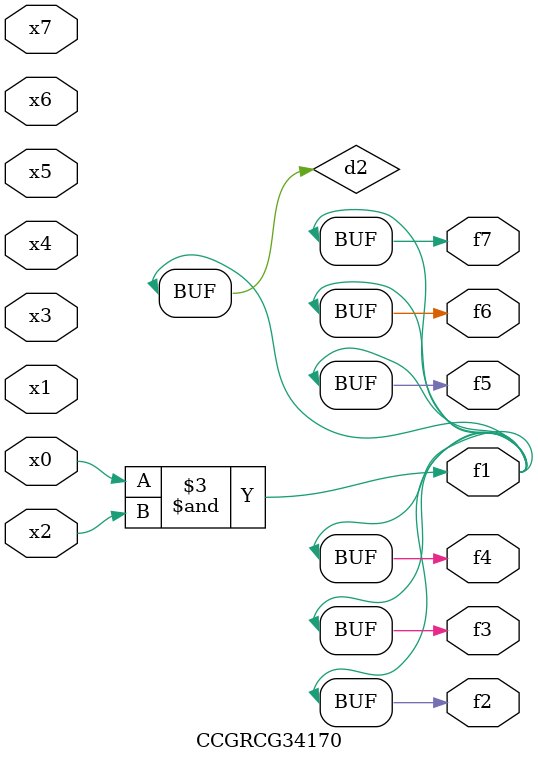
<source format=v>
module CCGRCG34170(
	input x0, x1, x2, x3, x4, x5, x6, x7,
	output f1, f2, f3, f4, f5, f6, f7
);

	wire d1, d2;

	nor (d1, x3, x6);
	and (d2, x0, x2);
	assign f1 = d2;
	assign f2 = d2;
	assign f3 = d2;
	assign f4 = d2;
	assign f5 = d2;
	assign f6 = d2;
	assign f7 = d2;
endmodule

</source>
